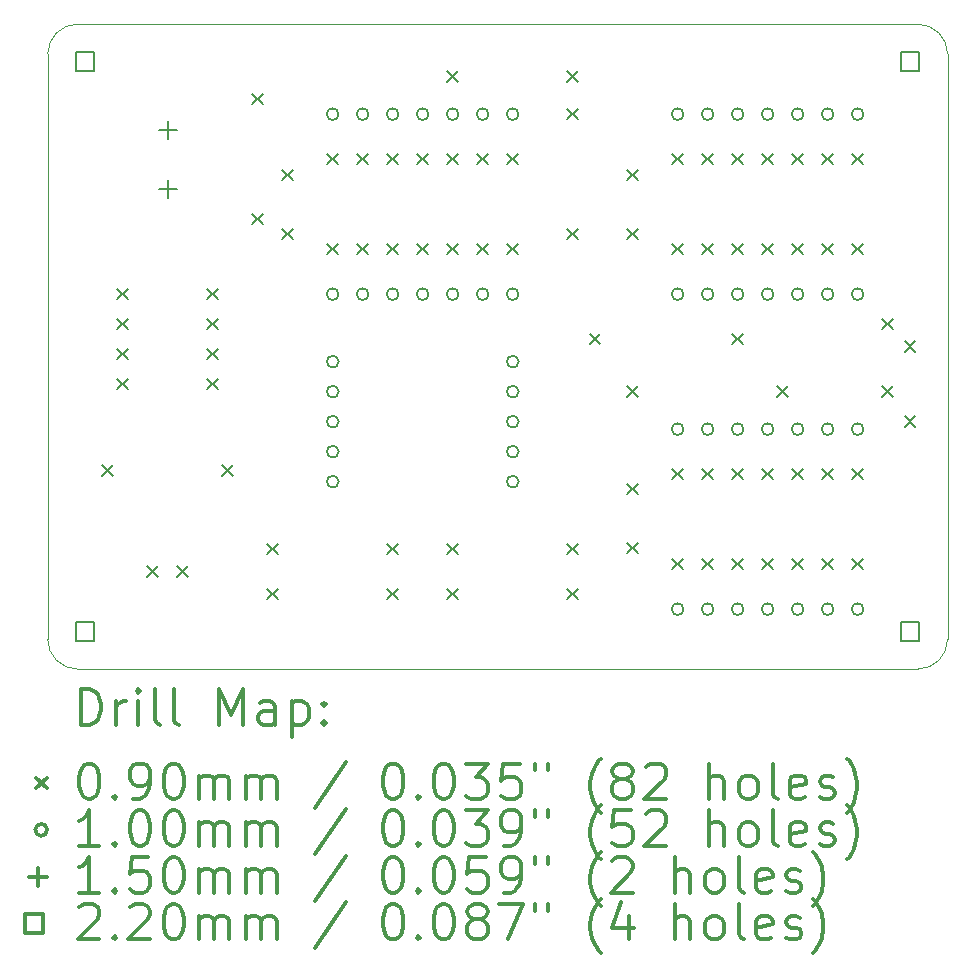
<source format=gbr>
%FSLAX45Y45*%
G04 Gerber Fmt 4.5, Leading zero omitted, Abs format (unit mm)*
G04 Created by KiCad (PCBNEW (5.0.2)-1) date 27-09-2019 20:30:29*
%MOMM*%
%LPD*%
G01*
G04 APERTURE LIST*
%ADD10C,0.100000*%
%ADD11C,0.200000*%
%ADD12C,0.300000*%
G04 APERTURE END LIST*
D10*
X18415000Y-12192000D02*
G75*
G02X18161000Y-12446000I-254000J0D01*
G01*
X18161000Y-6985000D02*
G75*
G02X18415000Y-7239000I0J-254000D01*
G01*
X10795000Y-7239000D02*
G75*
G02X11049000Y-6985000I254000J0D01*
G01*
X11049000Y-12446000D02*
G75*
G02X10795000Y-12192000I0J254000D01*
G01*
X10795000Y-12192000D02*
X10795000Y-7239000D01*
X18161000Y-12446000D02*
X11049000Y-12446000D01*
X18415000Y-7239000D02*
X18415000Y-12192000D01*
X11049000Y-6985000D02*
X18161000Y-6985000D01*
D11*
X12528000Y-7575000D02*
X12618000Y-7665000D01*
X12618000Y-7575000D02*
X12528000Y-7665000D01*
X12528000Y-8591000D02*
X12618000Y-8681000D01*
X12618000Y-8591000D02*
X12528000Y-8681000D01*
X14179000Y-7384500D02*
X14269000Y-7474500D01*
X14269000Y-7384500D02*
X14179000Y-7474500D01*
X15195000Y-7384500D02*
X15285000Y-7474500D01*
X15285000Y-7384500D02*
X15195000Y-7474500D01*
X15195000Y-7702000D02*
X15285000Y-7792000D01*
X15285000Y-7702000D02*
X15195000Y-7792000D01*
X15195000Y-8718000D02*
X15285000Y-8808000D01*
X15285000Y-8718000D02*
X15195000Y-8808000D01*
X15385500Y-9607000D02*
X15475500Y-9697000D01*
X15475500Y-9607000D02*
X15385500Y-9697000D01*
X15703000Y-10051500D02*
X15793000Y-10141500D01*
X15793000Y-10051500D02*
X15703000Y-10141500D01*
X16592000Y-9607000D02*
X16682000Y-9697000D01*
X16682000Y-9607000D02*
X16592000Y-9697000D01*
X16973000Y-10051500D02*
X17063000Y-10141500D01*
X17063000Y-10051500D02*
X16973000Y-10141500D01*
X17862000Y-9480000D02*
X17952000Y-9570000D01*
X17952000Y-9480000D02*
X17862000Y-9570000D01*
X17862000Y-10051500D02*
X17952000Y-10141500D01*
X17952000Y-10051500D02*
X17862000Y-10141500D01*
X18052500Y-9670500D02*
X18142500Y-9760500D01*
X18142500Y-9670500D02*
X18052500Y-9760500D01*
X18052500Y-10305500D02*
X18142500Y-10395500D01*
X18142500Y-10305500D02*
X18052500Y-10395500D01*
X12655000Y-11766000D02*
X12745000Y-11856000D01*
X12745000Y-11766000D02*
X12655000Y-11856000D01*
X13671000Y-11766000D02*
X13761000Y-11856000D01*
X13761000Y-11766000D02*
X13671000Y-11856000D01*
X16084000Y-10750000D02*
X16174000Y-10840000D01*
X16174000Y-10750000D02*
X16084000Y-10840000D01*
X16084000Y-11512000D02*
X16174000Y-11602000D01*
X16174000Y-11512000D02*
X16084000Y-11602000D01*
X16338000Y-10750000D02*
X16428000Y-10840000D01*
X16428000Y-10750000D02*
X16338000Y-10840000D01*
X16338000Y-11512000D02*
X16428000Y-11602000D01*
X16428000Y-11512000D02*
X16338000Y-11602000D01*
X16592000Y-10750000D02*
X16682000Y-10840000D01*
X16682000Y-10750000D02*
X16592000Y-10840000D01*
X16592000Y-11512000D02*
X16682000Y-11602000D01*
X16682000Y-11512000D02*
X16592000Y-11602000D01*
X16846000Y-10750000D02*
X16936000Y-10840000D01*
X16936000Y-10750000D02*
X16846000Y-10840000D01*
X16846000Y-11512000D02*
X16936000Y-11602000D01*
X16936000Y-11512000D02*
X16846000Y-11602000D01*
X17100000Y-10750000D02*
X17190000Y-10840000D01*
X17190000Y-10750000D02*
X17100000Y-10840000D01*
X17100000Y-11512000D02*
X17190000Y-11602000D01*
X17190000Y-11512000D02*
X17100000Y-11602000D01*
X17354000Y-10750000D02*
X17444000Y-10840000D01*
X17444000Y-10750000D02*
X17354000Y-10840000D01*
X17354000Y-11512000D02*
X17444000Y-11602000D01*
X17444000Y-11512000D02*
X17354000Y-11602000D01*
X17608000Y-10750000D02*
X17698000Y-10840000D01*
X17698000Y-10750000D02*
X17608000Y-10840000D01*
X17608000Y-11512000D02*
X17698000Y-11602000D01*
X17698000Y-11512000D02*
X17608000Y-11602000D01*
X15703000Y-8218000D02*
X15793000Y-8308000D01*
X15793000Y-8218000D02*
X15703000Y-8308000D01*
X15703000Y-8718000D02*
X15793000Y-8808000D01*
X15793000Y-8718000D02*
X15703000Y-8808000D01*
X15703000Y-10877000D02*
X15793000Y-10967000D01*
X15793000Y-10877000D02*
X15703000Y-10967000D01*
X15703000Y-11377000D02*
X15793000Y-11467000D01*
X15793000Y-11377000D02*
X15703000Y-11467000D01*
X14179000Y-11385000D02*
X14269000Y-11475000D01*
X14269000Y-11385000D02*
X14179000Y-11475000D01*
X15195000Y-11385000D02*
X15285000Y-11475000D01*
X15285000Y-11385000D02*
X15195000Y-11475000D01*
X12655000Y-11385000D02*
X12745000Y-11475000D01*
X12745000Y-11385000D02*
X12655000Y-11475000D01*
X13671000Y-11385000D02*
X13761000Y-11475000D01*
X13761000Y-11385000D02*
X13671000Y-11475000D01*
X11639000Y-11575500D02*
X11729000Y-11665500D01*
X11729000Y-11575500D02*
X11639000Y-11665500D01*
X11893000Y-11575500D02*
X11983000Y-11665500D01*
X11983000Y-11575500D02*
X11893000Y-11665500D01*
X16084000Y-8083000D02*
X16174000Y-8173000D01*
X16174000Y-8083000D02*
X16084000Y-8173000D01*
X16084000Y-8845000D02*
X16174000Y-8935000D01*
X16174000Y-8845000D02*
X16084000Y-8935000D01*
X16338000Y-8083000D02*
X16428000Y-8173000D01*
X16428000Y-8083000D02*
X16338000Y-8173000D01*
X16338000Y-8845000D02*
X16428000Y-8935000D01*
X16428000Y-8845000D02*
X16338000Y-8935000D01*
X16592000Y-8083000D02*
X16682000Y-8173000D01*
X16682000Y-8083000D02*
X16592000Y-8173000D01*
X16592000Y-8845000D02*
X16682000Y-8935000D01*
X16682000Y-8845000D02*
X16592000Y-8935000D01*
X16846000Y-8083000D02*
X16936000Y-8173000D01*
X16936000Y-8083000D02*
X16846000Y-8173000D01*
X16846000Y-8845000D02*
X16936000Y-8935000D01*
X16936000Y-8845000D02*
X16846000Y-8935000D01*
X17100000Y-8083000D02*
X17190000Y-8173000D01*
X17190000Y-8083000D02*
X17100000Y-8173000D01*
X17100000Y-8845000D02*
X17190000Y-8935000D01*
X17190000Y-8845000D02*
X17100000Y-8935000D01*
X17354000Y-8083000D02*
X17444000Y-8173000D01*
X17444000Y-8083000D02*
X17354000Y-8173000D01*
X17354000Y-8845000D02*
X17444000Y-8935000D01*
X17444000Y-8845000D02*
X17354000Y-8935000D01*
X17608000Y-8083000D02*
X17698000Y-8173000D01*
X17698000Y-8083000D02*
X17608000Y-8173000D01*
X17608000Y-8845000D02*
X17698000Y-8935000D01*
X17698000Y-8845000D02*
X17608000Y-8935000D01*
X11385000Y-9226000D02*
X11475000Y-9316000D01*
X11475000Y-9226000D02*
X11385000Y-9316000D01*
X11385000Y-9480000D02*
X11475000Y-9570000D01*
X11475000Y-9480000D02*
X11385000Y-9570000D01*
X11385000Y-9734000D02*
X11475000Y-9824000D01*
X11475000Y-9734000D02*
X11385000Y-9824000D01*
X11385000Y-9988000D02*
X11475000Y-10078000D01*
X11475000Y-9988000D02*
X11385000Y-10078000D01*
X12147000Y-9226000D02*
X12237000Y-9316000D01*
X12237000Y-9226000D02*
X12147000Y-9316000D01*
X12147000Y-9480000D02*
X12237000Y-9570000D01*
X12237000Y-9480000D02*
X12147000Y-9570000D01*
X12147000Y-9734000D02*
X12237000Y-9824000D01*
X12237000Y-9734000D02*
X12147000Y-9824000D01*
X12147000Y-9988000D02*
X12237000Y-10078000D01*
X12237000Y-9988000D02*
X12147000Y-10078000D01*
X12782000Y-8218000D02*
X12872000Y-8308000D01*
X12872000Y-8218000D02*
X12782000Y-8308000D01*
X12782000Y-8718000D02*
X12872000Y-8808000D01*
X12872000Y-8718000D02*
X12782000Y-8808000D01*
X11258000Y-10721500D02*
X11348000Y-10811500D01*
X11348000Y-10721500D02*
X11258000Y-10811500D01*
X12274000Y-10721500D02*
X12364000Y-10811500D01*
X12364000Y-10721500D02*
X12274000Y-10811500D01*
X14179000Y-11766000D02*
X14269000Y-11856000D01*
X14269000Y-11766000D02*
X14179000Y-11856000D01*
X15195000Y-11766000D02*
X15285000Y-11856000D01*
X15285000Y-11766000D02*
X15195000Y-11856000D01*
X13163000Y-8083000D02*
X13253000Y-8173000D01*
X13253000Y-8083000D02*
X13163000Y-8173000D01*
X13163000Y-8845000D02*
X13253000Y-8935000D01*
X13253000Y-8845000D02*
X13163000Y-8935000D01*
X13417000Y-8083000D02*
X13507000Y-8173000D01*
X13507000Y-8083000D02*
X13417000Y-8173000D01*
X13417000Y-8845000D02*
X13507000Y-8935000D01*
X13507000Y-8845000D02*
X13417000Y-8935000D01*
X13671000Y-8083000D02*
X13761000Y-8173000D01*
X13761000Y-8083000D02*
X13671000Y-8173000D01*
X13671000Y-8845000D02*
X13761000Y-8935000D01*
X13761000Y-8845000D02*
X13671000Y-8935000D01*
X13925000Y-8083000D02*
X14015000Y-8173000D01*
X14015000Y-8083000D02*
X13925000Y-8173000D01*
X13925000Y-8845000D02*
X14015000Y-8935000D01*
X14015000Y-8845000D02*
X13925000Y-8935000D01*
X14179000Y-8083000D02*
X14269000Y-8173000D01*
X14269000Y-8083000D02*
X14179000Y-8173000D01*
X14179000Y-8845000D02*
X14269000Y-8935000D01*
X14269000Y-8845000D02*
X14179000Y-8935000D01*
X14433000Y-8083000D02*
X14523000Y-8173000D01*
X14523000Y-8083000D02*
X14433000Y-8173000D01*
X14433000Y-8845000D02*
X14523000Y-8935000D01*
X14523000Y-8845000D02*
X14433000Y-8935000D01*
X14687000Y-8083000D02*
X14777000Y-8173000D01*
X14777000Y-8083000D02*
X14687000Y-8173000D01*
X14687000Y-8845000D02*
X14777000Y-8935000D01*
X14777000Y-8845000D02*
X14687000Y-8935000D01*
X13258000Y-7747000D02*
G75*
G03X13258000Y-7747000I-50000J0D01*
G01*
X13512000Y-7747000D02*
G75*
G03X13512000Y-7747000I-50000J0D01*
G01*
X13766000Y-7747000D02*
G75*
G03X13766000Y-7747000I-50000J0D01*
G01*
X14020000Y-7747000D02*
G75*
G03X14020000Y-7747000I-50000J0D01*
G01*
X14274000Y-7747000D02*
G75*
G03X14274000Y-7747000I-50000J0D01*
G01*
X14528000Y-7747000D02*
G75*
G03X14528000Y-7747000I-50000J0D01*
G01*
X14782000Y-7747000D02*
G75*
G03X14782000Y-7747000I-50000J0D01*
G01*
X16179000Y-7747000D02*
G75*
G03X16179000Y-7747000I-50000J0D01*
G01*
X16433000Y-7747000D02*
G75*
G03X16433000Y-7747000I-50000J0D01*
G01*
X16687000Y-7747000D02*
G75*
G03X16687000Y-7747000I-50000J0D01*
G01*
X16941000Y-7747000D02*
G75*
G03X16941000Y-7747000I-50000J0D01*
G01*
X17195000Y-7747000D02*
G75*
G03X17195000Y-7747000I-50000J0D01*
G01*
X17449000Y-7747000D02*
G75*
G03X17449000Y-7747000I-50000J0D01*
G01*
X17703000Y-7747000D02*
G75*
G03X17703000Y-7747000I-50000J0D01*
G01*
X16179000Y-10414000D02*
G75*
G03X16179000Y-10414000I-50000J0D01*
G01*
X16433000Y-10414000D02*
G75*
G03X16433000Y-10414000I-50000J0D01*
G01*
X16687000Y-10414000D02*
G75*
G03X16687000Y-10414000I-50000J0D01*
G01*
X16941000Y-10414000D02*
G75*
G03X16941000Y-10414000I-50000J0D01*
G01*
X17195000Y-10414000D02*
G75*
G03X17195000Y-10414000I-50000J0D01*
G01*
X17449000Y-10414000D02*
G75*
G03X17449000Y-10414000I-50000J0D01*
G01*
X17703000Y-10414000D02*
G75*
G03X17703000Y-10414000I-50000J0D01*
G01*
X14782000Y-9842500D02*
G75*
G03X14782000Y-9842500I-50000J0D01*
G01*
X14782000Y-10096500D02*
G75*
G03X14782000Y-10096500I-50000J0D01*
G01*
X14782000Y-10350500D02*
G75*
G03X14782000Y-10350500I-50000J0D01*
G01*
X14782000Y-10604500D02*
G75*
G03X14782000Y-10604500I-50000J0D01*
G01*
X14782000Y-10858500D02*
G75*
G03X14782000Y-10858500I-50000J0D01*
G01*
X13258000Y-9271000D02*
G75*
G03X13258000Y-9271000I-50000J0D01*
G01*
X13512000Y-9271000D02*
G75*
G03X13512000Y-9271000I-50000J0D01*
G01*
X13766000Y-9271000D02*
G75*
G03X13766000Y-9271000I-50000J0D01*
G01*
X14020000Y-9271000D02*
G75*
G03X14020000Y-9271000I-50000J0D01*
G01*
X14274000Y-9271000D02*
G75*
G03X14274000Y-9271000I-50000J0D01*
G01*
X14528000Y-9271000D02*
G75*
G03X14528000Y-9271000I-50000J0D01*
G01*
X14782000Y-9271000D02*
G75*
G03X14782000Y-9271000I-50000J0D01*
G01*
X16179000Y-9271000D02*
G75*
G03X16179000Y-9271000I-50000J0D01*
G01*
X16433000Y-9271000D02*
G75*
G03X16433000Y-9271000I-50000J0D01*
G01*
X16687000Y-9271000D02*
G75*
G03X16687000Y-9271000I-50000J0D01*
G01*
X16941000Y-9271000D02*
G75*
G03X16941000Y-9271000I-50000J0D01*
G01*
X17195000Y-9271000D02*
G75*
G03X17195000Y-9271000I-50000J0D01*
G01*
X17449000Y-9271000D02*
G75*
G03X17449000Y-9271000I-50000J0D01*
G01*
X17703000Y-9271000D02*
G75*
G03X17703000Y-9271000I-50000J0D01*
G01*
X16179000Y-11938000D02*
G75*
G03X16179000Y-11938000I-50000J0D01*
G01*
X16433000Y-11938000D02*
G75*
G03X16433000Y-11938000I-50000J0D01*
G01*
X16687000Y-11938000D02*
G75*
G03X16687000Y-11938000I-50000J0D01*
G01*
X16941000Y-11938000D02*
G75*
G03X16941000Y-11938000I-50000J0D01*
G01*
X17195000Y-11938000D02*
G75*
G03X17195000Y-11938000I-50000J0D01*
G01*
X17449000Y-11938000D02*
G75*
G03X17449000Y-11938000I-50000J0D01*
G01*
X17703000Y-11938000D02*
G75*
G03X17703000Y-11938000I-50000J0D01*
G01*
X13258000Y-9842500D02*
G75*
G03X13258000Y-9842500I-50000J0D01*
G01*
X13258000Y-10096500D02*
G75*
G03X13258000Y-10096500I-50000J0D01*
G01*
X13258000Y-10350500D02*
G75*
G03X13258000Y-10350500I-50000J0D01*
G01*
X13258000Y-10604500D02*
G75*
G03X13258000Y-10604500I-50000J0D01*
G01*
X13258000Y-10858500D02*
G75*
G03X13258000Y-10858500I-50000J0D01*
G01*
X11811000Y-7807000D02*
X11811000Y-7957000D01*
X11736000Y-7882000D02*
X11886000Y-7882000D01*
X11811000Y-8307000D02*
X11811000Y-8457000D01*
X11736000Y-8382000D02*
X11886000Y-8382000D01*
X11190282Y-12206282D02*
X11190282Y-12050717D01*
X11034718Y-12050717D01*
X11034718Y-12206282D01*
X11190282Y-12206282D01*
X18175283Y-12206282D02*
X18175283Y-12050717D01*
X18019718Y-12050717D01*
X18019718Y-12206282D01*
X18175283Y-12206282D01*
X11190282Y-7380282D02*
X11190282Y-7224717D01*
X11034718Y-7224717D01*
X11034718Y-7380282D01*
X11190282Y-7380282D01*
X18175283Y-7380282D02*
X18175283Y-7224717D01*
X18019718Y-7224717D01*
X18019718Y-7380282D01*
X18175283Y-7380282D01*
D12*
X11076428Y-12916714D02*
X11076428Y-12616714D01*
X11147857Y-12616714D01*
X11190714Y-12631000D01*
X11219286Y-12659571D01*
X11233571Y-12688143D01*
X11247857Y-12745286D01*
X11247857Y-12788143D01*
X11233571Y-12845286D01*
X11219286Y-12873857D01*
X11190714Y-12902429D01*
X11147857Y-12916714D01*
X11076428Y-12916714D01*
X11376428Y-12916714D02*
X11376428Y-12716714D01*
X11376428Y-12773857D02*
X11390714Y-12745286D01*
X11405000Y-12731000D01*
X11433571Y-12716714D01*
X11462143Y-12716714D01*
X11562143Y-12916714D02*
X11562143Y-12716714D01*
X11562143Y-12616714D02*
X11547857Y-12631000D01*
X11562143Y-12645286D01*
X11576428Y-12631000D01*
X11562143Y-12616714D01*
X11562143Y-12645286D01*
X11747857Y-12916714D02*
X11719286Y-12902429D01*
X11705000Y-12873857D01*
X11705000Y-12616714D01*
X11905000Y-12916714D02*
X11876428Y-12902429D01*
X11862143Y-12873857D01*
X11862143Y-12616714D01*
X12247857Y-12916714D02*
X12247857Y-12616714D01*
X12347857Y-12831000D01*
X12447857Y-12616714D01*
X12447857Y-12916714D01*
X12719286Y-12916714D02*
X12719286Y-12759571D01*
X12705000Y-12731000D01*
X12676428Y-12716714D01*
X12619286Y-12716714D01*
X12590714Y-12731000D01*
X12719286Y-12902429D02*
X12690714Y-12916714D01*
X12619286Y-12916714D01*
X12590714Y-12902429D01*
X12576428Y-12873857D01*
X12576428Y-12845286D01*
X12590714Y-12816714D01*
X12619286Y-12802429D01*
X12690714Y-12802429D01*
X12719286Y-12788143D01*
X12862143Y-12716714D02*
X12862143Y-13016714D01*
X12862143Y-12731000D02*
X12890714Y-12716714D01*
X12947857Y-12716714D01*
X12976428Y-12731000D01*
X12990714Y-12745286D01*
X13005000Y-12773857D01*
X13005000Y-12859571D01*
X12990714Y-12888143D01*
X12976428Y-12902429D01*
X12947857Y-12916714D01*
X12890714Y-12916714D01*
X12862143Y-12902429D01*
X13133571Y-12888143D02*
X13147857Y-12902429D01*
X13133571Y-12916714D01*
X13119286Y-12902429D01*
X13133571Y-12888143D01*
X13133571Y-12916714D01*
X13133571Y-12731000D02*
X13147857Y-12745286D01*
X13133571Y-12759571D01*
X13119286Y-12745286D01*
X13133571Y-12731000D01*
X13133571Y-12759571D01*
X10700000Y-13366000D02*
X10790000Y-13456000D01*
X10790000Y-13366000D02*
X10700000Y-13456000D01*
X11133571Y-13246714D02*
X11162143Y-13246714D01*
X11190714Y-13261000D01*
X11205000Y-13275286D01*
X11219286Y-13303857D01*
X11233571Y-13361000D01*
X11233571Y-13432429D01*
X11219286Y-13489571D01*
X11205000Y-13518143D01*
X11190714Y-13532429D01*
X11162143Y-13546714D01*
X11133571Y-13546714D01*
X11105000Y-13532429D01*
X11090714Y-13518143D01*
X11076428Y-13489571D01*
X11062143Y-13432429D01*
X11062143Y-13361000D01*
X11076428Y-13303857D01*
X11090714Y-13275286D01*
X11105000Y-13261000D01*
X11133571Y-13246714D01*
X11362143Y-13518143D02*
X11376428Y-13532429D01*
X11362143Y-13546714D01*
X11347857Y-13532429D01*
X11362143Y-13518143D01*
X11362143Y-13546714D01*
X11519286Y-13546714D02*
X11576428Y-13546714D01*
X11605000Y-13532429D01*
X11619286Y-13518143D01*
X11647857Y-13475286D01*
X11662143Y-13418143D01*
X11662143Y-13303857D01*
X11647857Y-13275286D01*
X11633571Y-13261000D01*
X11605000Y-13246714D01*
X11547857Y-13246714D01*
X11519286Y-13261000D01*
X11505000Y-13275286D01*
X11490714Y-13303857D01*
X11490714Y-13375286D01*
X11505000Y-13403857D01*
X11519286Y-13418143D01*
X11547857Y-13432429D01*
X11605000Y-13432429D01*
X11633571Y-13418143D01*
X11647857Y-13403857D01*
X11662143Y-13375286D01*
X11847857Y-13246714D02*
X11876428Y-13246714D01*
X11905000Y-13261000D01*
X11919286Y-13275286D01*
X11933571Y-13303857D01*
X11947857Y-13361000D01*
X11947857Y-13432429D01*
X11933571Y-13489571D01*
X11919286Y-13518143D01*
X11905000Y-13532429D01*
X11876428Y-13546714D01*
X11847857Y-13546714D01*
X11819286Y-13532429D01*
X11805000Y-13518143D01*
X11790714Y-13489571D01*
X11776428Y-13432429D01*
X11776428Y-13361000D01*
X11790714Y-13303857D01*
X11805000Y-13275286D01*
X11819286Y-13261000D01*
X11847857Y-13246714D01*
X12076428Y-13546714D02*
X12076428Y-13346714D01*
X12076428Y-13375286D02*
X12090714Y-13361000D01*
X12119286Y-13346714D01*
X12162143Y-13346714D01*
X12190714Y-13361000D01*
X12205000Y-13389571D01*
X12205000Y-13546714D01*
X12205000Y-13389571D02*
X12219286Y-13361000D01*
X12247857Y-13346714D01*
X12290714Y-13346714D01*
X12319286Y-13361000D01*
X12333571Y-13389571D01*
X12333571Y-13546714D01*
X12476428Y-13546714D02*
X12476428Y-13346714D01*
X12476428Y-13375286D02*
X12490714Y-13361000D01*
X12519286Y-13346714D01*
X12562143Y-13346714D01*
X12590714Y-13361000D01*
X12605000Y-13389571D01*
X12605000Y-13546714D01*
X12605000Y-13389571D02*
X12619286Y-13361000D01*
X12647857Y-13346714D01*
X12690714Y-13346714D01*
X12719286Y-13361000D01*
X12733571Y-13389571D01*
X12733571Y-13546714D01*
X13319286Y-13232429D02*
X13062143Y-13618143D01*
X13705000Y-13246714D02*
X13733571Y-13246714D01*
X13762143Y-13261000D01*
X13776428Y-13275286D01*
X13790714Y-13303857D01*
X13805000Y-13361000D01*
X13805000Y-13432429D01*
X13790714Y-13489571D01*
X13776428Y-13518143D01*
X13762143Y-13532429D01*
X13733571Y-13546714D01*
X13705000Y-13546714D01*
X13676428Y-13532429D01*
X13662143Y-13518143D01*
X13647857Y-13489571D01*
X13633571Y-13432429D01*
X13633571Y-13361000D01*
X13647857Y-13303857D01*
X13662143Y-13275286D01*
X13676428Y-13261000D01*
X13705000Y-13246714D01*
X13933571Y-13518143D02*
X13947857Y-13532429D01*
X13933571Y-13546714D01*
X13919286Y-13532429D01*
X13933571Y-13518143D01*
X13933571Y-13546714D01*
X14133571Y-13246714D02*
X14162143Y-13246714D01*
X14190714Y-13261000D01*
X14205000Y-13275286D01*
X14219286Y-13303857D01*
X14233571Y-13361000D01*
X14233571Y-13432429D01*
X14219286Y-13489571D01*
X14205000Y-13518143D01*
X14190714Y-13532429D01*
X14162143Y-13546714D01*
X14133571Y-13546714D01*
X14105000Y-13532429D01*
X14090714Y-13518143D01*
X14076428Y-13489571D01*
X14062143Y-13432429D01*
X14062143Y-13361000D01*
X14076428Y-13303857D01*
X14090714Y-13275286D01*
X14105000Y-13261000D01*
X14133571Y-13246714D01*
X14333571Y-13246714D02*
X14519286Y-13246714D01*
X14419286Y-13361000D01*
X14462143Y-13361000D01*
X14490714Y-13375286D01*
X14505000Y-13389571D01*
X14519286Y-13418143D01*
X14519286Y-13489571D01*
X14505000Y-13518143D01*
X14490714Y-13532429D01*
X14462143Y-13546714D01*
X14376428Y-13546714D01*
X14347857Y-13532429D01*
X14333571Y-13518143D01*
X14790714Y-13246714D02*
X14647857Y-13246714D01*
X14633571Y-13389571D01*
X14647857Y-13375286D01*
X14676428Y-13361000D01*
X14747857Y-13361000D01*
X14776428Y-13375286D01*
X14790714Y-13389571D01*
X14805000Y-13418143D01*
X14805000Y-13489571D01*
X14790714Y-13518143D01*
X14776428Y-13532429D01*
X14747857Y-13546714D01*
X14676428Y-13546714D01*
X14647857Y-13532429D01*
X14633571Y-13518143D01*
X14919286Y-13246714D02*
X14919286Y-13303857D01*
X15033571Y-13246714D02*
X15033571Y-13303857D01*
X15476428Y-13661000D02*
X15462143Y-13646714D01*
X15433571Y-13603857D01*
X15419286Y-13575286D01*
X15405000Y-13532429D01*
X15390714Y-13461000D01*
X15390714Y-13403857D01*
X15405000Y-13332429D01*
X15419286Y-13289571D01*
X15433571Y-13261000D01*
X15462143Y-13218143D01*
X15476428Y-13203857D01*
X15633571Y-13375286D02*
X15605000Y-13361000D01*
X15590714Y-13346714D01*
X15576428Y-13318143D01*
X15576428Y-13303857D01*
X15590714Y-13275286D01*
X15605000Y-13261000D01*
X15633571Y-13246714D01*
X15690714Y-13246714D01*
X15719286Y-13261000D01*
X15733571Y-13275286D01*
X15747857Y-13303857D01*
X15747857Y-13318143D01*
X15733571Y-13346714D01*
X15719286Y-13361000D01*
X15690714Y-13375286D01*
X15633571Y-13375286D01*
X15605000Y-13389571D01*
X15590714Y-13403857D01*
X15576428Y-13432429D01*
X15576428Y-13489571D01*
X15590714Y-13518143D01*
X15605000Y-13532429D01*
X15633571Y-13546714D01*
X15690714Y-13546714D01*
X15719286Y-13532429D01*
X15733571Y-13518143D01*
X15747857Y-13489571D01*
X15747857Y-13432429D01*
X15733571Y-13403857D01*
X15719286Y-13389571D01*
X15690714Y-13375286D01*
X15862143Y-13275286D02*
X15876428Y-13261000D01*
X15905000Y-13246714D01*
X15976428Y-13246714D01*
X16005000Y-13261000D01*
X16019286Y-13275286D01*
X16033571Y-13303857D01*
X16033571Y-13332429D01*
X16019286Y-13375286D01*
X15847857Y-13546714D01*
X16033571Y-13546714D01*
X16390714Y-13546714D02*
X16390714Y-13246714D01*
X16519286Y-13546714D02*
X16519286Y-13389571D01*
X16505000Y-13361000D01*
X16476428Y-13346714D01*
X16433571Y-13346714D01*
X16405000Y-13361000D01*
X16390714Y-13375286D01*
X16705000Y-13546714D02*
X16676428Y-13532429D01*
X16662143Y-13518143D01*
X16647857Y-13489571D01*
X16647857Y-13403857D01*
X16662143Y-13375286D01*
X16676428Y-13361000D01*
X16705000Y-13346714D01*
X16747857Y-13346714D01*
X16776428Y-13361000D01*
X16790714Y-13375286D01*
X16805000Y-13403857D01*
X16805000Y-13489571D01*
X16790714Y-13518143D01*
X16776428Y-13532429D01*
X16747857Y-13546714D01*
X16705000Y-13546714D01*
X16976428Y-13546714D02*
X16947857Y-13532429D01*
X16933571Y-13503857D01*
X16933571Y-13246714D01*
X17205000Y-13532429D02*
X17176428Y-13546714D01*
X17119286Y-13546714D01*
X17090714Y-13532429D01*
X17076428Y-13503857D01*
X17076428Y-13389571D01*
X17090714Y-13361000D01*
X17119286Y-13346714D01*
X17176428Y-13346714D01*
X17205000Y-13361000D01*
X17219286Y-13389571D01*
X17219286Y-13418143D01*
X17076428Y-13446714D01*
X17333571Y-13532429D02*
X17362143Y-13546714D01*
X17419286Y-13546714D01*
X17447857Y-13532429D01*
X17462143Y-13503857D01*
X17462143Y-13489571D01*
X17447857Y-13461000D01*
X17419286Y-13446714D01*
X17376428Y-13446714D01*
X17347857Y-13432429D01*
X17333571Y-13403857D01*
X17333571Y-13389571D01*
X17347857Y-13361000D01*
X17376428Y-13346714D01*
X17419286Y-13346714D01*
X17447857Y-13361000D01*
X17562143Y-13661000D02*
X17576428Y-13646714D01*
X17605000Y-13603857D01*
X17619286Y-13575286D01*
X17633571Y-13532429D01*
X17647857Y-13461000D01*
X17647857Y-13403857D01*
X17633571Y-13332429D01*
X17619286Y-13289571D01*
X17605000Y-13261000D01*
X17576428Y-13218143D01*
X17562143Y-13203857D01*
X10790000Y-13807000D02*
G75*
G03X10790000Y-13807000I-50000J0D01*
G01*
X11233571Y-13942714D02*
X11062143Y-13942714D01*
X11147857Y-13942714D02*
X11147857Y-13642714D01*
X11119286Y-13685571D01*
X11090714Y-13714143D01*
X11062143Y-13728429D01*
X11362143Y-13914143D02*
X11376428Y-13928429D01*
X11362143Y-13942714D01*
X11347857Y-13928429D01*
X11362143Y-13914143D01*
X11362143Y-13942714D01*
X11562143Y-13642714D02*
X11590714Y-13642714D01*
X11619286Y-13657000D01*
X11633571Y-13671286D01*
X11647857Y-13699857D01*
X11662143Y-13757000D01*
X11662143Y-13828429D01*
X11647857Y-13885571D01*
X11633571Y-13914143D01*
X11619286Y-13928429D01*
X11590714Y-13942714D01*
X11562143Y-13942714D01*
X11533571Y-13928429D01*
X11519286Y-13914143D01*
X11505000Y-13885571D01*
X11490714Y-13828429D01*
X11490714Y-13757000D01*
X11505000Y-13699857D01*
X11519286Y-13671286D01*
X11533571Y-13657000D01*
X11562143Y-13642714D01*
X11847857Y-13642714D02*
X11876428Y-13642714D01*
X11905000Y-13657000D01*
X11919286Y-13671286D01*
X11933571Y-13699857D01*
X11947857Y-13757000D01*
X11947857Y-13828429D01*
X11933571Y-13885571D01*
X11919286Y-13914143D01*
X11905000Y-13928429D01*
X11876428Y-13942714D01*
X11847857Y-13942714D01*
X11819286Y-13928429D01*
X11805000Y-13914143D01*
X11790714Y-13885571D01*
X11776428Y-13828429D01*
X11776428Y-13757000D01*
X11790714Y-13699857D01*
X11805000Y-13671286D01*
X11819286Y-13657000D01*
X11847857Y-13642714D01*
X12076428Y-13942714D02*
X12076428Y-13742714D01*
X12076428Y-13771286D02*
X12090714Y-13757000D01*
X12119286Y-13742714D01*
X12162143Y-13742714D01*
X12190714Y-13757000D01*
X12205000Y-13785571D01*
X12205000Y-13942714D01*
X12205000Y-13785571D02*
X12219286Y-13757000D01*
X12247857Y-13742714D01*
X12290714Y-13742714D01*
X12319286Y-13757000D01*
X12333571Y-13785571D01*
X12333571Y-13942714D01*
X12476428Y-13942714D02*
X12476428Y-13742714D01*
X12476428Y-13771286D02*
X12490714Y-13757000D01*
X12519286Y-13742714D01*
X12562143Y-13742714D01*
X12590714Y-13757000D01*
X12605000Y-13785571D01*
X12605000Y-13942714D01*
X12605000Y-13785571D02*
X12619286Y-13757000D01*
X12647857Y-13742714D01*
X12690714Y-13742714D01*
X12719286Y-13757000D01*
X12733571Y-13785571D01*
X12733571Y-13942714D01*
X13319286Y-13628429D02*
X13062143Y-14014143D01*
X13705000Y-13642714D02*
X13733571Y-13642714D01*
X13762143Y-13657000D01*
X13776428Y-13671286D01*
X13790714Y-13699857D01*
X13805000Y-13757000D01*
X13805000Y-13828429D01*
X13790714Y-13885571D01*
X13776428Y-13914143D01*
X13762143Y-13928429D01*
X13733571Y-13942714D01*
X13705000Y-13942714D01*
X13676428Y-13928429D01*
X13662143Y-13914143D01*
X13647857Y-13885571D01*
X13633571Y-13828429D01*
X13633571Y-13757000D01*
X13647857Y-13699857D01*
X13662143Y-13671286D01*
X13676428Y-13657000D01*
X13705000Y-13642714D01*
X13933571Y-13914143D02*
X13947857Y-13928429D01*
X13933571Y-13942714D01*
X13919286Y-13928429D01*
X13933571Y-13914143D01*
X13933571Y-13942714D01*
X14133571Y-13642714D02*
X14162143Y-13642714D01*
X14190714Y-13657000D01*
X14205000Y-13671286D01*
X14219286Y-13699857D01*
X14233571Y-13757000D01*
X14233571Y-13828429D01*
X14219286Y-13885571D01*
X14205000Y-13914143D01*
X14190714Y-13928429D01*
X14162143Y-13942714D01*
X14133571Y-13942714D01*
X14105000Y-13928429D01*
X14090714Y-13914143D01*
X14076428Y-13885571D01*
X14062143Y-13828429D01*
X14062143Y-13757000D01*
X14076428Y-13699857D01*
X14090714Y-13671286D01*
X14105000Y-13657000D01*
X14133571Y-13642714D01*
X14333571Y-13642714D02*
X14519286Y-13642714D01*
X14419286Y-13757000D01*
X14462143Y-13757000D01*
X14490714Y-13771286D01*
X14505000Y-13785571D01*
X14519286Y-13814143D01*
X14519286Y-13885571D01*
X14505000Y-13914143D01*
X14490714Y-13928429D01*
X14462143Y-13942714D01*
X14376428Y-13942714D01*
X14347857Y-13928429D01*
X14333571Y-13914143D01*
X14662143Y-13942714D02*
X14719286Y-13942714D01*
X14747857Y-13928429D01*
X14762143Y-13914143D01*
X14790714Y-13871286D01*
X14805000Y-13814143D01*
X14805000Y-13699857D01*
X14790714Y-13671286D01*
X14776428Y-13657000D01*
X14747857Y-13642714D01*
X14690714Y-13642714D01*
X14662143Y-13657000D01*
X14647857Y-13671286D01*
X14633571Y-13699857D01*
X14633571Y-13771286D01*
X14647857Y-13799857D01*
X14662143Y-13814143D01*
X14690714Y-13828429D01*
X14747857Y-13828429D01*
X14776428Y-13814143D01*
X14790714Y-13799857D01*
X14805000Y-13771286D01*
X14919286Y-13642714D02*
X14919286Y-13699857D01*
X15033571Y-13642714D02*
X15033571Y-13699857D01*
X15476428Y-14057000D02*
X15462143Y-14042714D01*
X15433571Y-13999857D01*
X15419286Y-13971286D01*
X15405000Y-13928429D01*
X15390714Y-13857000D01*
X15390714Y-13799857D01*
X15405000Y-13728429D01*
X15419286Y-13685571D01*
X15433571Y-13657000D01*
X15462143Y-13614143D01*
X15476428Y-13599857D01*
X15733571Y-13642714D02*
X15590714Y-13642714D01*
X15576428Y-13785571D01*
X15590714Y-13771286D01*
X15619286Y-13757000D01*
X15690714Y-13757000D01*
X15719286Y-13771286D01*
X15733571Y-13785571D01*
X15747857Y-13814143D01*
X15747857Y-13885571D01*
X15733571Y-13914143D01*
X15719286Y-13928429D01*
X15690714Y-13942714D01*
X15619286Y-13942714D01*
X15590714Y-13928429D01*
X15576428Y-13914143D01*
X15862143Y-13671286D02*
X15876428Y-13657000D01*
X15905000Y-13642714D01*
X15976428Y-13642714D01*
X16005000Y-13657000D01*
X16019286Y-13671286D01*
X16033571Y-13699857D01*
X16033571Y-13728429D01*
X16019286Y-13771286D01*
X15847857Y-13942714D01*
X16033571Y-13942714D01*
X16390714Y-13942714D02*
X16390714Y-13642714D01*
X16519286Y-13942714D02*
X16519286Y-13785571D01*
X16505000Y-13757000D01*
X16476428Y-13742714D01*
X16433571Y-13742714D01*
X16405000Y-13757000D01*
X16390714Y-13771286D01*
X16705000Y-13942714D02*
X16676428Y-13928429D01*
X16662143Y-13914143D01*
X16647857Y-13885571D01*
X16647857Y-13799857D01*
X16662143Y-13771286D01*
X16676428Y-13757000D01*
X16705000Y-13742714D01*
X16747857Y-13742714D01*
X16776428Y-13757000D01*
X16790714Y-13771286D01*
X16805000Y-13799857D01*
X16805000Y-13885571D01*
X16790714Y-13914143D01*
X16776428Y-13928429D01*
X16747857Y-13942714D01*
X16705000Y-13942714D01*
X16976428Y-13942714D02*
X16947857Y-13928429D01*
X16933571Y-13899857D01*
X16933571Y-13642714D01*
X17205000Y-13928429D02*
X17176428Y-13942714D01*
X17119286Y-13942714D01*
X17090714Y-13928429D01*
X17076428Y-13899857D01*
X17076428Y-13785571D01*
X17090714Y-13757000D01*
X17119286Y-13742714D01*
X17176428Y-13742714D01*
X17205000Y-13757000D01*
X17219286Y-13785571D01*
X17219286Y-13814143D01*
X17076428Y-13842714D01*
X17333571Y-13928429D02*
X17362143Y-13942714D01*
X17419286Y-13942714D01*
X17447857Y-13928429D01*
X17462143Y-13899857D01*
X17462143Y-13885571D01*
X17447857Y-13857000D01*
X17419286Y-13842714D01*
X17376428Y-13842714D01*
X17347857Y-13828429D01*
X17333571Y-13799857D01*
X17333571Y-13785571D01*
X17347857Y-13757000D01*
X17376428Y-13742714D01*
X17419286Y-13742714D01*
X17447857Y-13757000D01*
X17562143Y-14057000D02*
X17576428Y-14042714D01*
X17605000Y-13999857D01*
X17619286Y-13971286D01*
X17633571Y-13928429D01*
X17647857Y-13857000D01*
X17647857Y-13799857D01*
X17633571Y-13728429D01*
X17619286Y-13685571D01*
X17605000Y-13657000D01*
X17576428Y-13614143D01*
X17562143Y-13599857D01*
X10715000Y-14128000D02*
X10715000Y-14278000D01*
X10640000Y-14203000D02*
X10790000Y-14203000D01*
X11233571Y-14338714D02*
X11062143Y-14338714D01*
X11147857Y-14338714D02*
X11147857Y-14038714D01*
X11119286Y-14081571D01*
X11090714Y-14110143D01*
X11062143Y-14124429D01*
X11362143Y-14310143D02*
X11376428Y-14324429D01*
X11362143Y-14338714D01*
X11347857Y-14324429D01*
X11362143Y-14310143D01*
X11362143Y-14338714D01*
X11647857Y-14038714D02*
X11505000Y-14038714D01*
X11490714Y-14181571D01*
X11505000Y-14167286D01*
X11533571Y-14153000D01*
X11605000Y-14153000D01*
X11633571Y-14167286D01*
X11647857Y-14181571D01*
X11662143Y-14210143D01*
X11662143Y-14281571D01*
X11647857Y-14310143D01*
X11633571Y-14324429D01*
X11605000Y-14338714D01*
X11533571Y-14338714D01*
X11505000Y-14324429D01*
X11490714Y-14310143D01*
X11847857Y-14038714D02*
X11876428Y-14038714D01*
X11905000Y-14053000D01*
X11919286Y-14067286D01*
X11933571Y-14095857D01*
X11947857Y-14153000D01*
X11947857Y-14224429D01*
X11933571Y-14281571D01*
X11919286Y-14310143D01*
X11905000Y-14324429D01*
X11876428Y-14338714D01*
X11847857Y-14338714D01*
X11819286Y-14324429D01*
X11805000Y-14310143D01*
X11790714Y-14281571D01*
X11776428Y-14224429D01*
X11776428Y-14153000D01*
X11790714Y-14095857D01*
X11805000Y-14067286D01*
X11819286Y-14053000D01*
X11847857Y-14038714D01*
X12076428Y-14338714D02*
X12076428Y-14138714D01*
X12076428Y-14167286D02*
X12090714Y-14153000D01*
X12119286Y-14138714D01*
X12162143Y-14138714D01*
X12190714Y-14153000D01*
X12205000Y-14181571D01*
X12205000Y-14338714D01*
X12205000Y-14181571D02*
X12219286Y-14153000D01*
X12247857Y-14138714D01*
X12290714Y-14138714D01*
X12319286Y-14153000D01*
X12333571Y-14181571D01*
X12333571Y-14338714D01*
X12476428Y-14338714D02*
X12476428Y-14138714D01*
X12476428Y-14167286D02*
X12490714Y-14153000D01*
X12519286Y-14138714D01*
X12562143Y-14138714D01*
X12590714Y-14153000D01*
X12605000Y-14181571D01*
X12605000Y-14338714D01*
X12605000Y-14181571D02*
X12619286Y-14153000D01*
X12647857Y-14138714D01*
X12690714Y-14138714D01*
X12719286Y-14153000D01*
X12733571Y-14181571D01*
X12733571Y-14338714D01*
X13319286Y-14024429D02*
X13062143Y-14410143D01*
X13705000Y-14038714D02*
X13733571Y-14038714D01*
X13762143Y-14053000D01*
X13776428Y-14067286D01*
X13790714Y-14095857D01*
X13805000Y-14153000D01*
X13805000Y-14224429D01*
X13790714Y-14281571D01*
X13776428Y-14310143D01*
X13762143Y-14324429D01*
X13733571Y-14338714D01*
X13705000Y-14338714D01*
X13676428Y-14324429D01*
X13662143Y-14310143D01*
X13647857Y-14281571D01*
X13633571Y-14224429D01*
X13633571Y-14153000D01*
X13647857Y-14095857D01*
X13662143Y-14067286D01*
X13676428Y-14053000D01*
X13705000Y-14038714D01*
X13933571Y-14310143D02*
X13947857Y-14324429D01*
X13933571Y-14338714D01*
X13919286Y-14324429D01*
X13933571Y-14310143D01*
X13933571Y-14338714D01*
X14133571Y-14038714D02*
X14162143Y-14038714D01*
X14190714Y-14053000D01*
X14205000Y-14067286D01*
X14219286Y-14095857D01*
X14233571Y-14153000D01*
X14233571Y-14224429D01*
X14219286Y-14281571D01*
X14205000Y-14310143D01*
X14190714Y-14324429D01*
X14162143Y-14338714D01*
X14133571Y-14338714D01*
X14105000Y-14324429D01*
X14090714Y-14310143D01*
X14076428Y-14281571D01*
X14062143Y-14224429D01*
X14062143Y-14153000D01*
X14076428Y-14095857D01*
X14090714Y-14067286D01*
X14105000Y-14053000D01*
X14133571Y-14038714D01*
X14505000Y-14038714D02*
X14362143Y-14038714D01*
X14347857Y-14181571D01*
X14362143Y-14167286D01*
X14390714Y-14153000D01*
X14462143Y-14153000D01*
X14490714Y-14167286D01*
X14505000Y-14181571D01*
X14519286Y-14210143D01*
X14519286Y-14281571D01*
X14505000Y-14310143D01*
X14490714Y-14324429D01*
X14462143Y-14338714D01*
X14390714Y-14338714D01*
X14362143Y-14324429D01*
X14347857Y-14310143D01*
X14662143Y-14338714D02*
X14719286Y-14338714D01*
X14747857Y-14324429D01*
X14762143Y-14310143D01*
X14790714Y-14267286D01*
X14805000Y-14210143D01*
X14805000Y-14095857D01*
X14790714Y-14067286D01*
X14776428Y-14053000D01*
X14747857Y-14038714D01*
X14690714Y-14038714D01*
X14662143Y-14053000D01*
X14647857Y-14067286D01*
X14633571Y-14095857D01*
X14633571Y-14167286D01*
X14647857Y-14195857D01*
X14662143Y-14210143D01*
X14690714Y-14224429D01*
X14747857Y-14224429D01*
X14776428Y-14210143D01*
X14790714Y-14195857D01*
X14805000Y-14167286D01*
X14919286Y-14038714D02*
X14919286Y-14095857D01*
X15033571Y-14038714D02*
X15033571Y-14095857D01*
X15476428Y-14453000D02*
X15462143Y-14438714D01*
X15433571Y-14395857D01*
X15419286Y-14367286D01*
X15405000Y-14324429D01*
X15390714Y-14253000D01*
X15390714Y-14195857D01*
X15405000Y-14124429D01*
X15419286Y-14081571D01*
X15433571Y-14053000D01*
X15462143Y-14010143D01*
X15476428Y-13995857D01*
X15576428Y-14067286D02*
X15590714Y-14053000D01*
X15619286Y-14038714D01*
X15690714Y-14038714D01*
X15719286Y-14053000D01*
X15733571Y-14067286D01*
X15747857Y-14095857D01*
X15747857Y-14124429D01*
X15733571Y-14167286D01*
X15562143Y-14338714D01*
X15747857Y-14338714D01*
X16105000Y-14338714D02*
X16105000Y-14038714D01*
X16233571Y-14338714D02*
X16233571Y-14181571D01*
X16219286Y-14153000D01*
X16190714Y-14138714D01*
X16147857Y-14138714D01*
X16119286Y-14153000D01*
X16105000Y-14167286D01*
X16419286Y-14338714D02*
X16390714Y-14324429D01*
X16376428Y-14310143D01*
X16362143Y-14281571D01*
X16362143Y-14195857D01*
X16376428Y-14167286D01*
X16390714Y-14153000D01*
X16419286Y-14138714D01*
X16462143Y-14138714D01*
X16490714Y-14153000D01*
X16505000Y-14167286D01*
X16519286Y-14195857D01*
X16519286Y-14281571D01*
X16505000Y-14310143D01*
X16490714Y-14324429D01*
X16462143Y-14338714D01*
X16419286Y-14338714D01*
X16690714Y-14338714D02*
X16662143Y-14324429D01*
X16647857Y-14295857D01*
X16647857Y-14038714D01*
X16919286Y-14324429D02*
X16890714Y-14338714D01*
X16833571Y-14338714D01*
X16805000Y-14324429D01*
X16790714Y-14295857D01*
X16790714Y-14181571D01*
X16805000Y-14153000D01*
X16833571Y-14138714D01*
X16890714Y-14138714D01*
X16919286Y-14153000D01*
X16933571Y-14181571D01*
X16933571Y-14210143D01*
X16790714Y-14238714D01*
X17047857Y-14324429D02*
X17076428Y-14338714D01*
X17133571Y-14338714D01*
X17162143Y-14324429D01*
X17176428Y-14295857D01*
X17176428Y-14281571D01*
X17162143Y-14253000D01*
X17133571Y-14238714D01*
X17090714Y-14238714D01*
X17062143Y-14224429D01*
X17047857Y-14195857D01*
X17047857Y-14181571D01*
X17062143Y-14153000D01*
X17090714Y-14138714D01*
X17133571Y-14138714D01*
X17162143Y-14153000D01*
X17276428Y-14453000D02*
X17290714Y-14438714D01*
X17319286Y-14395857D01*
X17333571Y-14367286D01*
X17347857Y-14324429D01*
X17362143Y-14253000D01*
X17362143Y-14195857D01*
X17347857Y-14124429D01*
X17333571Y-14081571D01*
X17319286Y-14053000D01*
X17290714Y-14010143D01*
X17276428Y-13995857D01*
X10757782Y-14676783D02*
X10757782Y-14521218D01*
X10602217Y-14521218D01*
X10602217Y-14676783D01*
X10757782Y-14676783D01*
X11062143Y-14463286D02*
X11076428Y-14449000D01*
X11105000Y-14434714D01*
X11176428Y-14434714D01*
X11205000Y-14449000D01*
X11219286Y-14463286D01*
X11233571Y-14491857D01*
X11233571Y-14520429D01*
X11219286Y-14563286D01*
X11047857Y-14734714D01*
X11233571Y-14734714D01*
X11362143Y-14706143D02*
X11376428Y-14720429D01*
X11362143Y-14734714D01*
X11347857Y-14720429D01*
X11362143Y-14706143D01*
X11362143Y-14734714D01*
X11490714Y-14463286D02*
X11505000Y-14449000D01*
X11533571Y-14434714D01*
X11605000Y-14434714D01*
X11633571Y-14449000D01*
X11647857Y-14463286D01*
X11662143Y-14491857D01*
X11662143Y-14520429D01*
X11647857Y-14563286D01*
X11476428Y-14734714D01*
X11662143Y-14734714D01*
X11847857Y-14434714D02*
X11876428Y-14434714D01*
X11905000Y-14449000D01*
X11919286Y-14463286D01*
X11933571Y-14491857D01*
X11947857Y-14549000D01*
X11947857Y-14620429D01*
X11933571Y-14677571D01*
X11919286Y-14706143D01*
X11905000Y-14720429D01*
X11876428Y-14734714D01*
X11847857Y-14734714D01*
X11819286Y-14720429D01*
X11805000Y-14706143D01*
X11790714Y-14677571D01*
X11776428Y-14620429D01*
X11776428Y-14549000D01*
X11790714Y-14491857D01*
X11805000Y-14463286D01*
X11819286Y-14449000D01*
X11847857Y-14434714D01*
X12076428Y-14734714D02*
X12076428Y-14534714D01*
X12076428Y-14563286D02*
X12090714Y-14549000D01*
X12119286Y-14534714D01*
X12162143Y-14534714D01*
X12190714Y-14549000D01*
X12205000Y-14577571D01*
X12205000Y-14734714D01*
X12205000Y-14577571D02*
X12219286Y-14549000D01*
X12247857Y-14534714D01*
X12290714Y-14534714D01*
X12319286Y-14549000D01*
X12333571Y-14577571D01*
X12333571Y-14734714D01*
X12476428Y-14734714D02*
X12476428Y-14534714D01*
X12476428Y-14563286D02*
X12490714Y-14549000D01*
X12519286Y-14534714D01*
X12562143Y-14534714D01*
X12590714Y-14549000D01*
X12605000Y-14577571D01*
X12605000Y-14734714D01*
X12605000Y-14577571D02*
X12619286Y-14549000D01*
X12647857Y-14534714D01*
X12690714Y-14534714D01*
X12719286Y-14549000D01*
X12733571Y-14577571D01*
X12733571Y-14734714D01*
X13319286Y-14420429D02*
X13062143Y-14806143D01*
X13705000Y-14434714D02*
X13733571Y-14434714D01*
X13762143Y-14449000D01*
X13776428Y-14463286D01*
X13790714Y-14491857D01*
X13805000Y-14549000D01*
X13805000Y-14620429D01*
X13790714Y-14677571D01*
X13776428Y-14706143D01*
X13762143Y-14720429D01*
X13733571Y-14734714D01*
X13705000Y-14734714D01*
X13676428Y-14720429D01*
X13662143Y-14706143D01*
X13647857Y-14677571D01*
X13633571Y-14620429D01*
X13633571Y-14549000D01*
X13647857Y-14491857D01*
X13662143Y-14463286D01*
X13676428Y-14449000D01*
X13705000Y-14434714D01*
X13933571Y-14706143D02*
X13947857Y-14720429D01*
X13933571Y-14734714D01*
X13919286Y-14720429D01*
X13933571Y-14706143D01*
X13933571Y-14734714D01*
X14133571Y-14434714D02*
X14162143Y-14434714D01*
X14190714Y-14449000D01*
X14205000Y-14463286D01*
X14219286Y-14491857D01*
X14233571Y-14549000D01*
X14233571Y-14620429D01*
X14219286Y-14677571D01*
X14205000Y-14706143D01*
X14190714Y-14720429D01*
X14162143Y-14734714D01*
X14133571Y-14734714D01*
X14105000Y-14720429D01*
X14090714Y-14706143D01*
X14076428Y-14677571D01*
X14062143Y-14620429D01*
X14062143Y-14549000D01*
X14076428Y-14491857D01*
X14090714Y-14463286D01*
X14105000Y-14449000D01*
X14133571Y-14434714D01*
X14405000Y-14563286D02*
X14376428Y-14549000D01*
X14362143Y-14534714D01*
X14347857Y-14506143D01*
X14347857Y-14491857D01*
X14362143Y-14463286D01*
X14376428Y-14449000D01*
X14405000Y-14434714D01*
X14462143Y-14434714D01*
X14490714Y-14449000D01*
X14505000Y-14463286D01*
X14519286Y-14491857D01*
X14519286Y-14506143D01*
X14505000Y-14534714D01*
X14490714Y-14549000D01*
X14462143Y-14563286D01*
X14405000Y-14563286D01*
X14376428Y-14577571D01*
X14362143Y-14591857D01*
X14347857Y-14620429D01*
X14347857Y-14677571D01*
X14362143Y-14706143D01*
X14376428Y-14720429D01*
X14405000Y-14734714D01*
X14462143Y-14734714D01*
X14490714Y-14720429D01*
X14505000Y-14706143D01*
X14519286Y-14677571D01*
X14519286Y-14620429D01*
X14505000Y-14591857D01*
X14490714Y-14577571D01*
X14462143Y-14563286D01*
X14619286Y-14434714D02*
X14819286Y-14434714D01*
X14690714Y-14734714D01*
X14919286Y-14434714D02*
X14919286Y-14491857D01*
X15033571Y-14434714D02*
X15033571Y-14491857D01*
X15476428Y-14849000D02*
X15462143Y-14834714D01*
X15433571Y-14791857D01*
X15419286Y-14763286D01*
X15405000Y-14720429D01*
X15390714Y-14649000D01*
X15390714Y-14591857D01*
X15405000Y-14520429D01*
X15419286Y-14477571D01*
X15433571Y-14449000D01*
X15462143Y-14406143D01*
X15476428Y-14391857D01*
X15719286Y-14534714D02*
X15719286Y-14734714D01*
X15647857Y-14420429D02*
X15576428Y-14634714D01*
X15762143Y-14634714D01*
X16105000Y-14734714D02*
X16105000Y-14434714D01*
X16233571Y-14734714D02*
X16233571Y-14577571D01*
X16219286Y-14549000D01*
X16190714Y-14534714D01*
X16147857Y-14534714D01*
X16119286Y-14549000D01*
X16105000Y-14563286D01*
X16419286Y-14734714D02*
X16390714Y-14720429D01*
X16376428Y-14706143D01*
X16362143Y-14677571D01*
X16362143Y-14591857D01*
X16376428Y-14563286D01*
X16390714Y-14549000D01*
X16419286Y-14534714D01*
X16462143Y-14534714D01*
X16490714Y-14549000D01*
X16505000Y-14563286D01*
X16519286Y-14591857D01*
X16519286Y-14677571D01*
X16505000Y-14706143D01*
X16490714Y-14720429D01*
X16462143Y-14734714D01*
X16419286Y-14734714D01*
X16690714Y-14734714D02*
X16662143Y-14720429D01*
X16647857Y-14691857D01*
X16647857Y-14434714D01*
X16919286Y-14720429D02*
X16890714Y-14734714D01*
X16833571Y-14734714D01*
X16805000Y-14720429D01*
X16790714Y-14691857D01*
X16790714Y-14577571D01*
X16805000Y-14549000D01*
X16833571Y-14534714D01*
X16890714Y-14534714D01*
X16919286Y-14549000D01*
X16933571Y-14577571D01*
X16933571Y-14606143D01*
X16790714Y-14634714D01*
X17047857Y-14720429D02*
X17076428Y-14734714D01*
X17133571Y-14734714D01*
X17162143Y-14720429D01*
X17176428Y-14691857D01*
X17176428Y-14677571D01*
X17162143Y-14649000D01*
X17133571Y-14634714D01*
X17090714Y-14634714D01*
X17062143Y-14620429D01*
X17047857Y-14591857D01*
X17047857Y-14577571D01*
X17062143Y-14549000D01*
X17090714Y-14534714D01*
X17133571Y-14534714D01*
X17162143Y-14549000D01*
X17276428Y-14849000D02*
X17290714Y-14834714D01*
X17319286Y-14791857D01*
X17333571Y-14763286D01*
X17347857Y-14720429D01*
X17362143Y-14649000D01*
X17362143Y-14591857D01*
X17347857Y-14520429D01*
X17333571Y-14477571D01*
X17319286Y-14449000D01*
X17290714Y-14406143D01*
X17276428Y-14391857D01*
M02*

</source>
